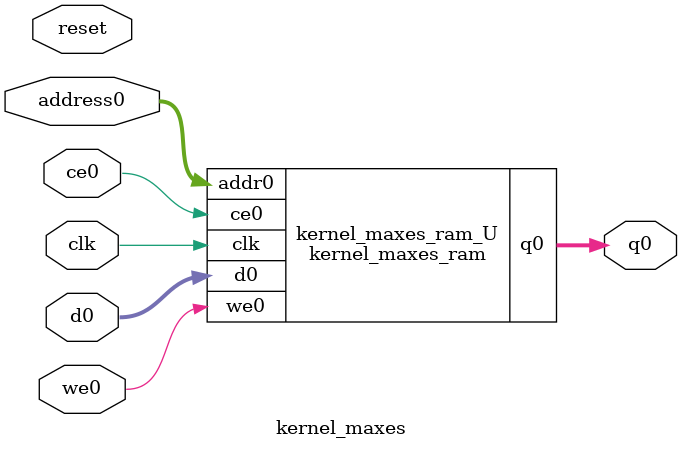
<source format=v>
`timescale 1 ns / 1 ps
module kernel_maxes_ram (addr0, ce0, d0, we0, q0,  clk);

parameter DWIDTH = 32;
parameter AWIDTH = 3;
parameter MEM_SIZE = 8;

input[AWIDTH-1:0] addr0;
input ce0;
input[DWIDTH-1:0] d0;
input we0;
output reg[DWIDTH-1:0] q0;
input clk;

(* ram_style = "distributed" *)reg [DWIDTH-1:0] ram[0:MEM_SIZE-1];




always @(posedge clk)  
begin 
    if (ce0) begin
        if (we0) 
            ram[addr0] <= d0; 
        q0 <= ram[addr0];
    end
end


endmodule

`timescale 1 ns / 1 ps
module kernel_maxes(
    reset,
    clk,
    address0,
    ce0,
    we0,
    d0,
    q0);

parameter DataWidth = 32'd32;
parameter AddressRange = 32'd8;
parameter AddressWidth = 32'd3;
input reset;
input clk;
input[AddressWidth - 1:0] address0;
input ce0;
input we0;
input[DataWidth - 1:0] d0;
output[DataWidth - 1:0] q0;



kernel_maxes_ram kernel_maxes_ram_U(
    .clk( clk ),
    .addr0( address0 ),
    .ce0( ce0 ),
    .we0( we0 ),
    .d0( d0 ),
    .q0( q0 ));

endmodule


</source>
